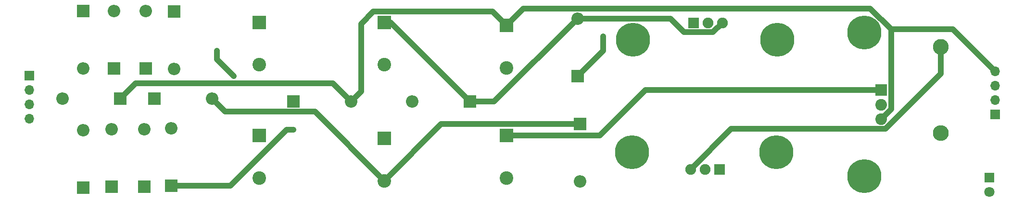
<source format=gbr>
%TF.GenerationSoftware,KiCad,Pcbnew,8.0.6*%
%TF.CreationDate,2024-12-05T22:57:10-05:00*%
%TF.ProjectId,Power Supply,506f7765-7220-4537-9570-706c792e6b69,rev?*%
%TF.SameCoordinates,Original*%
%TF.FileFunction,Copper,L1,Top*%
%TF.FilePolarity,Positive*%
%FSLAX46Y46*%
G04 Gerber Fmt 4.6, Leading zero omitted, Abs format (unit mm)*
G04 Created by KiCad (PCBNEW 8.0.6) date 2024-12-05 22:57:10*
%MOMM*%
%LPD*%
G01*
G04 APERTURE LIST*
%TA.AperFunction,ComponentPad*%
%ADD10C,2.800000*%
%TD*%
%TA.AperFunction,ComponentPad*%
%ADD11O,2.800000X2.800000*%
%TD*%
%TA.AperFunction,ComponentPad*%
%ADD12R,1.800000X1.800000*%
%TD*%
%TA.AperFunction,ComponentPad*%
%ADD13C,1.800000*%
%TD*%
%TA.AperFunction,ComponentPad*%
%ADD14C,6.000000*%
%TD*%
%TA.AperFunction,ComponentPad*%
%ADD15R,2.055000X2.055000*%
%TD*%
%TA.AperFunction,ComponentPad*%
%ADD16C,2.055000*%
%TD*%
%TA.AperFunction,ComponentPad*%
%ADD17O,1.700000X1.700000*%
%TD*%
%TA.AperFunction,ComponentPad*%
%ADD18R,1.700000X1.700000*%
%TD*%
%TA.AperFunction,ComponentPad*%
%ADD19R,1.905000X1.905000*%
%TD*%
%TA.AperFunction,ComponentPad*%
%ADD20C,1.905000*%
%TD*%
%TA.AperFunction,ComponentPad*%
%ADD21C,1.910000*%
%TD*%
%TA.AperFunction,ComponentPad*%
%ADD22R,1.910000X1.910000*%
%TD*%
%TA.AperFunction,ComponentPad*%
%ADD23R,2.400000X2.400000*%
%TD*%
%TA.AperFunction,ComponentPad*%
%ADD24C,2.400000*%
%TD*%
%TA.AperFunction,ComponentPad*%
%ADD25R,2.200000X2.200000*%
%TD*%
%TA.AperFunction,ComponentPad*%
%ADD26O,2.200000X2.200000*%
%TD*%
%TA.AperFunction,ViaPad*%
%ADD27C,0.600000*%
%TD*%
%TA.AperFunction,Conductor*%
%ADD28C,1.000000*%
%TD*%
G04 APERTURE END LIST*
D10*
%TO.P,R1,1*%
%TO.N,Net-(D10-K)*%
X178500000Y-24380000D03*
D11*
%TO.P,R1,2*%
%TO.N,Net-(D15-K)*%
X178500000Y-39620000D03*
%TD*%
D12*
%TO.P,D15,1,K*%
%TO.N,Net-(D15-K)*%
X187000000Y-47480000D03*
D13*
%TO.P,D15,2,A*%
%TO.N,GND*%
X187000000Y-50020000D03*
%TD*%
D14*
%TO.P,REF\u002A\u002A,1*%
%TO.N,N/C*%
X165000000Y-47200000D03*
X165000000Y-21800000D03*
%TD*%
D15*
%TO.P,U2,1,IN*%
%TO.N,Net-(D11-K)*%
X168000000Y-32000000D03*
D16*
%TO.P,U2,2,GND*%
%TO.N,GND*%
X168000000Y-34550000D03*
%TO.P,U2,3,OUT*%
%TO.N,Net-(D11-A)*%
X168000000Y-37100000D03*
%TD*%
D14*
%TO.P,REF\u002A\u002A,1*%
%TO.N,N/C*%
X124260000Y-23092200D03*
X149660000Y-23092200D03*
%TD*%
%TO.P,REF\u002A\u002A,1*%
%TO.N,N/C*%
X124100000Y-43000000D03*
X149500000Y-43000000D03*
%TD*%
D17*
%TO.P,J2,4,Pin_4*%
%TO.N,Net-(D7-A)*%
X18000000Y-37080000D03*
%TO.P,J2,3,Pin_3*%
%TO.N,Net-(D5-K)*%
X18000000Y-34540000D03*
%TO.P,J2,2,Pin_2*%
%TO.N,Net-(D3-A)*%
X18000000Y-32000000D03*
D18*
%TO.P,J2,1,Pin_1*%
%TO.N,Net-(D1-K)*%
X18000000Y-29460000D03*
%TD*%
%TO.P,J1,1,Pin_1*%
%TO.N,Net-(D12-K)*%
X188000000Y-36300000D03*
D17*
%TO.P,J1,2,Pin_2*%
%TO.N,GND*%
X188000000Y-33760000D03*
%TO.P,J1,3,Pin_3*%
%TO.N,Net-(D10-K)*%
X188000000Y-31220000D03*
%TO.P,J1,4,Pin_4*%
%TO.N,Net-(D11-A)*%
X188000000Y-28680000D03*
%TD*%
D19*
%TO.P,U3,1,IN*%
%TO.N,Net-(D2-K)*%
X134920000Y-20092200D03*
D20*
%TO.P,U3,2,GND*%
%TO.N,GND*%
X137460000Y-20092200D03*
%TO.P,U3,3,OUT*%
%TO.N,Net-(D12-K)*%
X140000000Y-20092200D03*
%TD*%
D21*
%TO.P,U1,3,VO*%
%TO.N,Net-(D10-K)*%
X134400000Y-46000000D03*
%TO.P,U1,2,VI*%
%TO.N,Net-(D1-A)*%
X136950000Y-46000000D03*
D22*
%TO.P,U1,1,GND*%
%TO.N,GND*%
X139500000Y-46000000D03*
%TD*%
D23*
%TO.P,C6,1*%
%TO.N,Net-(D11-A)*%
X102000000Y-20522220D03*
D24*
%TO.P,C6,2*%
%TO.N,GND*%
X102000000Y-28022220D03*
%TD*%
D23*
%TO.P,C5,1*%
%TO.N,Net-(D11-K)*%
X102000000Y-40022220D03*
D24*
%TO.P,C5,2*%
%TO.N,GND*%
X102000000Y-47522220D03*
%TD*%
D23*
%TO.P,C4,1*%
%TO.N,GND*%
X80500000Y-40522220D03*
D24*
%TO.P,C4,2*%
%TO.N,Net-(D10-K)*%
X80500000Y-48022220D03*
%TD*%
D23*
%TO.P,C3,1*%
%TO.N,GND*%
X58500000Y-40022220D03*
D24*
%TO.P,C3,2*%
%TO.N,Net-(D1-A)*%
X58500000Y-47522220D03*
%TD*%
D23*
%TO.P,C2,1*%
%TO.N,Net-(D2-K)*%
X58500000Y-20000000D03*
D24*
%TO.P,C2,2*%
%TO.N,GND*%
X58500000Y-27500000D03*
%TD*%
D23*
%TO.P,C1,1*%
%TO.N,Net-(D12-K)*%
X80500000Y-20000000D03*
D24*
%TO.P,C1,2*%
%TO.N,GND*%
X80500000Y-27500000D03*
%TD*%
D25*
%TO.P,D14,1,K*%
%TO.N,Net-(D11-A)*%
X34000000Y-33500000D03*
D26*
%TO.P,D14,2,A*%
%TO.N,GND*%
X23840000Y-33500000D03*
%TD*%
%TO.P,D13,2,A*%
%TO.N,Net-(D10-K)*%
X50160000Y-33500000D03*
D25*
%TO.P,D13,1,K*%
%TO.N,GND*%
X40000000Y-33500000D03*
%TD*%
D26*
%TO.P,D12,2,A*%
%TO.N,GND*%
X85420000Y-34000000D03*
D25*
%TO.P,D12,1,K*%
%TO.N,Net-(D12-K)*%
X95580000Y-34000000D03*
%TD*%
D26*
%TO.P,D11,2,A*%
%TO.N,Net-(D11-A)*%
X74660000Y-34000000D03*
D25*
%TO.P,D11,1,K*%
%TO.N,Net-(D11-K)*%
X64500000Y-34000000D03*
%TD*%
%TO.P,D10,1,K*%
%TO.N,Net-(D10-K)*%
X115000000Y-38000000D03*
D26*
%TO.P,D10,2,A*%
%TO.N,Net-(D1-A)*%
X115000000Y-48160000D03*
%TD*%
%TO.P,D9,2,A*%
%TO.N,Net-(D12-K)*%
X114500000Y-19340000D03*
D25*
%TO.P,D9,1,K*%
%TO.N,Net-(D2-K)*%
X114500000Y-29500000D03*
%TD*%
D26*
%TO.P,D8,2,A*%
%TO.N,GND*%
X27500000Y-39080000D03*
D25*
%TO.P,D8,1,K*%
%TO.N,Net-(D7-A)*%
X27500000Y-49240000D03*
%TD*%
D26*
%TO.P,D7,2,A*%
%TO.N,Net-(D7-A)*%
X43000000Y-38760000D03*
D25*
%TO.P,D7,1,K*%
%TO.N,Net-(D11-K)*%
X43000000Y-48920000D03*
%TD*%
%TO.P,D6,1,K*%
%TO.N,Net-(D11-K)*%
X32500000Y-49080000D03*
D26*
%TO.P,D6,2,A*%
%TO.N,Net-(D5-K)*%
X32500000Y-38920000D03*
%TD*%
D25*
%TO.P,D5,1,K*%
%TO.N,Net-(D5-K)*%
X38250000Y-49080000D03*
D26*
%TO.P,D5,2,A*%
%TO.N,GND*%
X38250000Y-38920000D03*
%TD*%
%TO.P,D4,2,A*%
%TO.N,Net-(D1-A)*%
X38500000Y-18000000D03*
D25*
%TO.P,D4,1,K*%
%TO.N,Net-(D3-A)*%
X38500000Y-28160000D03*
%TD*%
D26*
%TO.P,D3,2,A*%
%TO.N,Net-(D3-A)*%
X43500000Y-28240000D03*
D25*
%TO.P,D3,1,K*%
%TO.N,Net-(D2-K)*%
X43500000Y-18080000D03*
%TD*%
%TO.P,D2,1,K*%
%TO.N,Net-(D2-K)*%
X27500000Y-18000000D03*
D26*
%TO.P,D2,2,A*%
%TO.N,Net-(D1-K)*%
X27500000Y-28160000D03*
%TD*%
D25*
%TO.P,D1,1,K*%
%TO.N,Net-(D1-K)*%
X32920000Y-28160000D03*
D26*
%TO.P,D1,2,A*%
%TO.N,Net-(D1-A)*%
X32920000Y-18000000D03*
%TD*%
D27*
%TO.N,Net-(D1-A)*%
X51000000Y-25000000D03*
X54000000Y-29500000D03*
%TO.N,Net-(D2-K)*%
X119000000Y-22500000D03*
%TO.N,Net-(D11-K)*%
X64500000Y-39000000D03*
%TD*%
D28*
%TO.N,Net-(D1-A)*%
X51000000Y-25000000D02*
X51000000Y-26500000D01*
X51000000Y-26500000D02*
X54000000Y-29500000D01*
%TO.N,Net-(D10-K)*%
X80500000Y-48022220D02*
X90522220Y-38000000D01*
X90522220Y-38000000D02*
X115000000Y-38000000D01*
%TO.N,Net-(D2-K)*%
X119000000Y-22500000D02*
X119000000Y-25000000D01*
X119000000Y-25000000D02*
X114500000Y-29500000D01*
%TO.N,Net-(D12-K)*%
X114500000Y-19340000D02*
X130862800Y-19340000D01*
X130862800Y-19340000D02*
X133267500Y-21744700D01*
X133267500Y-21744700D02*
X138347500Y-21744700D01*
X138347500Y-21744700D02*
X140000000Y-20092200D01*
%TO.N,Net-(D11-K)*%
X168000000Y-32000000D02*
X126500000Y-32000000D01*
X126500000Y-32000000D02*
X118477780Y-40022220D01*
X118477780Y-40022220D02*
X102000000Y-40022220D01*
%TO.N,Net-(D10-K)*%
X134400000Y-46000000D02*
X141572500Y-38827500D01*
X141572500Y-38827500D02*
X168715554Y-38827500D01*
X168715554Y-38827500D02*
X178500000Y-29043054D01*
X178500000Y-29043054D02*
X178500000Y-24380000D01*
%TO.N,Net-(D11-A)*%
X169727500Y-21227500D02*
X180547500Y-21227500D01*
X180547500Y-21227500D02*
X188000000Y-28680000D01*
X102000000Y-20522220D02*
X104982220Y-17540000D01*
X104982220Y-17540000D02*
X166040000Y-17540000D01*
X166040000Y-17540000D02*
X169727500Y-21227500D01*
X169727500Y-21227500D02*
X169727500Y-35372500D01*
X169727500Y-35372500D02*
X168000000Y-37100000D01*
X74660000Y-34000000D02*
X76460000Y-32200000D01*
X76460000Y-32200000D02*
X76460000Y-20240000D01*
X76460000Y-20240000D02*
X78600000Y-18100000D01*
X78600000Y-18100000D02*
X99577780Y-18100000D01*
X99577780Y-18100000D02*
X102000000Y-20522220D01*
%TO.N,Net-(D12-K)*%
X95580000Y-34000000D02*
X99840000Y-34000000D01*
X99840000Y-34000000D02*
X114500000Y-19340000D01*
X80500000Y-20000000D02*
X81580000Y-20000000D01*
X81580000Y-20000000D02*
X95580000Y-34000000D01*
%TO.N,Net-(D11-K)*%
X63322220Y-39000000D02*
X64500000Y-39000000D01*
X53402220Y-48920000D02*
X63322220Y-39000000D01*
X43000000Y-48920000D02*
X53402220Y-48920000D01*
%TO.N,Net-(D10-K)*%
X50160000Y-33500000D02*
X52460000Y-35800000D01*
X52460000Y-35800000D02*
X68277780Y-35800000D01*
X68277780Y-35800000D02*
X80500000Y-48022220D01*
%TO.N,Net-(D11-A)*%
X34000000Y-33500000D02*
X36700000Y-30800000D01*
X36700000Y-30800000D02*
X71460000Y-30800000D01*
X71460000Y-30800000D02*
X74660000Y-34000000D01*
%TD*%
M02*

</source>
